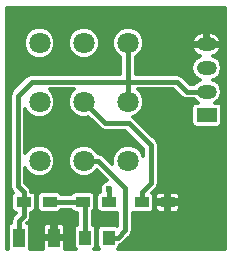
<source format=gtl>
G04 #@! TF.FileFunction,Copper,L1,Top,Signal*
%FSLAX46Y46*%
G04 Gerber Fmt 4.6, Leading zero omitted, Abs format (unit mm)*
G04 Created by KiCad (PCBNEW 4.0.4-1.fc24-product) date Mon Jun  4 16:01:59 2018*
%MOMM*%
%LPD*%
G01*
G04 APERTURE LIST*
%ADD10C,0.100000*%
%ADD11C,1.800000*%
%ADD12R,1.200000X0.900000*%
%ADD13R,1.700000X1.200000*%
%ADD14O,1.700000X1.200000*%
%ADD15R,1.000000X1.250000*%
%ADD16R,1.000000X1.600000*%
%ADD17C,0.600000*%
%ADD18C,0.400000*%
%ADD19C,0.300000*%
G04 APERTURE END LIST*
D10*
D11*
X139750000Y-84500000D03*
X136000000Y-84500000D03*
X132250000Y-84500000D03*
X139750000Y-89500000D03*
X136000000Y-89500000D03*
X132250000Y-89500000D03*
X132250000Y-94500000D03*
X136000000Y-94500000D03*
X139750000Y-94500000D03*
D12*
X133100000Y-98000000D03*
X130900000Y-98000000D03*
X135900000Y-98000000D03*
X138100000Y-98000000D03*
X140900000Y-98000000D03*
X143100000Y-98000000D03*
D13*
X146400000Y-90650000D03*
D14*
X146400000Y-88650000D03*
X146400000Y-86650000D03*
X146400000Y-84650000D03*
D15*
X138100000Y-101000000D03*
X136100000Y-101000000D03*
D16*
X130500000Y-101000000D03*
X133500000Y-101000000D03*
D17*
X134500000Y-101000000D03*
X138100000Y-96900000D03*
D18*
X138100000Y-101000000D02*
X138900000Y-101000000D01*
X137200000Y-94500000D02*
X136000000Y-94500000D01*
X138900000Y-101000000D02*
X139500000Y-100400000D01*
X139500000Y-96800000D02*
X137200000Y-94500000D01*
X139500000Y-100400000D02*
X139500000Y-96800000D01*
X136100000Y-101000000D02*
X136100000Y-98200000D01*
X136100000Y-98200000D02*
X135900000Y-98000000D01*
X133100000Y-98000000D02*
X135900000Y-98000000D01*
X133500000Y-101000000D02*
X134500000Y-101000000D01*
X138100000Y-98000000D02*
X138100000Y-96900000D01*
X140900000Y-98000000D02*
X140900000Y-97150000D01*
X140900000Y-97150000D02*
X141700000Y-96350000D01*
X137800000Y-91300000D02*
X136000000Y-89500000D01*
X141700000Y-96350000D02*
X141700000Y-93200000D01*
X141700000Y-93200000D02*
X139800000Y-91300000D01*
X139800000Y-91300000D02*
X137800000Y-91300000D01*
X141450000Y-87800000D02*
X139700000Y-87800000D01*
X146400000Y-88650000D02*
X144700000Y-88650000D01*
X144700000Y-88650000D02*
X143850000Y-87800000D01*
X143850000Y-87800000D02*
X141450000Y-87800000D01*
X139750000Y-84500000D02*
X139750000Y-87750000D01*
X139750000Y-87750000D02*
X139750000Y-89500000D01*
X130900000Y-98000000D02*
X130900000Y-97150000D01*
X130900000Y-97150000D02*
X130400000Y-96650000D01*
X130400000Y-96650000D02*
X130400000Y-89000000D01*
X131600000Y-87800000D02*
X139700000Y-87800000D01*
X130400000Y-89000000D02*
X131600000Y-87800000D01*
X139700000Y-87800000D02*
X139750000Y-87750000D01*
X130500000Y-99600000D02*
X130900000Y-99200000D01*
X130900000Y-99200000D02*
X130900000Y-98000000D01*
X130500000Y-101000000D02*
X130500000Y-99600000D01*
D19*
G36*
X147975000Y-101975000D02*
X138887102Y-101975000D01*
X138919919Y-101953883D01*
X139022668Y-101803505D01*
X139058816Y-101625000D01*
X139058816Y-101618410D01*
X139107476Y-101608731D01*
X139148745Y-101600522D01*
X139359619Y-101459619D01*
X139959619Y-100859620D01*
X140100522Y-100648745D01*
X140108731Y-100607476D01*
X140150000Y-100400000D01*
X140150000Y-98878440D01*
X140300000Y-98908816D01*
X141500000Y-98908816D01*
X141666760Y-98877438D01*
X141819919Y-98778883D01*
X141922668Y-98628505D01*
X141958816Y-98450000D01*
X141958816Y-98262500D01*
X142050000Y-98262500D01*
X142050000Y-98539510D01*
X142118508Y-98704904D01*
X142245095Y-98831491D01*
X142410489Y-98900000D01*
X142837500Y-98900000D01*
X142950000Y-98787500D01*
X142950000Y-98150000D01*
X143250000Y-98150000D01*
X143250000Y-98787500D01*
X143362500Y-98900000D01*
X143789511Y-98900000D01*
X143954905Y-98831491D01*
X144081492Y-98704904D01*
X144150000Y-98539510D01*
X144150000Y-98262500D01*
X144037500Y-98150000D01*
X143250000Y-98150000D01*
X142950000Y-98150000D01*
X142162500Y-98150000D01*
X142050000Y-98262500D01*
X141958816Y-98262500D01*
X141958816Y-97550000D01*
X141941974Y-97460490D01*
X142050000Y-97460490D01*
X142050000Y-97737500D01*
X142162500Y-97850000D01*
X142950000Y-97850000D01*
X142950000Y-97212500D01*
X143250000Y-97212500D01*
X143250000Y-97850000D01*
X144037500Y-97850000D01*
X144150000Y-97737500D01*
X144150000Y-97460490D01*
X144081492Y-97295096D01*
X143954905Y-97168509D01*
X143789511Y-97100000D01*
X143362500Y-97100000D01*
X143250000Y-97212500D01*
X142950000Y-97212500D01*
X142837500Y-97100000D01*
X142410489Y-97100000D01*
X142245095Y-97168509D01*
X142118508Y-97295096D01*
X142050000Y-97460490D01*
X141941974Y-97460490D01*
X141927438Y-97383240D01*
X141828883Y-97230081D01*
X141775579Y-97193660D01*
X142159620Y-96809619D01*
X142300522Y-96598745D01*
X142350000Y-96350000D01*
X142350000Y-93200000D01*
X142300522Y-92951256D01*
X142159620Y-92740381D01*
X140259619Y-90840381D01*
X140176161Y-90784616D01*
X140513715Y-90645142D01*
X140893807Y-90265712D01*
X141099765Y-89769710D01*
X141100234Y-89232647D01*
X140895142Y-88736285D01*
X140609356Y-88450000D01*
X143580762Y-88450000D01*
X144240381Y-89109620D01*
X144451256Y-89250522D01*
X144700000Y-89300000D01*
X145320288Y-89300000D01*
X145382069Y-89392462D01*
X145679476Y-89591184D01*
X145550000Y-89591184D01*
X145383240Y-89622562D01*
X145230081Y-89721117D01*
X145127332Y-89871495D01*
X145091184Y-90050000D01*
X145091184Y-91250000D01*
X145122562Y-91416760D01*
X145221117Y-91569919D01*
X145371495Y-91672668D01*
X145550000Y-91708816D01*
X147250000Y-91708816D01*
X147416760Y-91677438D01*
X147569919Y-91578883D01*
X147672668Y-91428505D01*
X147708816Y-91250000D01*
X147708816Y-90050000D01*
X147677438Y-89883240D01*
X147578883Y-89730081D01*
X147428505Y-89627332D01*
X147250000Y-89591184D01*
X147120524Y-89591184D01*
X147417931Y-89392462D01*
X147645543Y-89051818D01*
X147725469Y-88650000D01*
X147645543Y-88248182D01*
X147417931Y-87907538D01*
X147077287Y-87679926D01*
X146926838Y-87650000D01*
X147077287Y-87620074D01*
X147417931Y-87392462D01*
X147645543Y-87051818D01*
X147725469Y-86650000D01*
X147645543Y-86248182D01*
X147417931Y-85907538D01*
X147077287Y-85679926D01*
X146935478Y-85651719D01*
X147117073Y-85603583D01*
X147446440Y-85352255D01*
X147652970Y-84960725D01*
X147575422Y-84800000D01*
X146550000Y-84800000D01*
X146550000Y-84820000D01*
X146250000Y-84820000D01*
X146250000Y-84800000D01*
X145224578Y-84800000D01*
X145147030Y-84960725D01*
X145353560Y-85352255D01*
X145682927Y-85603583D01*
X145864522Y-85651719D01*
X145722713Y-85679926D01*
X145382069Y-85907538D01*
X145154457Y-86248182D01*
X145074531Y-86650000D01*
X145154457Y-87051818D01*
X145382069Y-87392462D01*
X145722713Y-87620074D01*
X145873162Y-87650000D01*
X145722713Y-87679926D01*
X145382069Y-87907538D01*
X145320288Y-88000000D01*
X144969239Y-88000000D01*
X144309619Y-87340381D01*
X144098745Y-87199478D01*
X144057476Y-87191269D01*
X143850000Y-87150000D01*
X140400000Y-87150000D01*
X140400000Y-85692128D01*
X140513715Y-85645142D01*
X140893807Y-85265712D01*
X141099765Y-84769710D01*
X141100140Y-84339275D01*
X145147030Y-84339275D01*
X145224578Y-84500000D01*
X146250000Y-84500000D01*
X146250000Y-83705392D01*
X146550000Y-83705392D01*
X146550000Y-84500000D01*
X147575422Y-84500000D01*
X147652970Y-84339275D01*
X147446440Y-83947745D01*
X147117073Y-83696417D01*
X146716599Y-83590263D01*
X146550000Y-83705392D01*
X146250000Y-83705392D01*
X146083401Y-83590263D01*
X145682927Y-83696417D01*
X145353560Y-83947745D01*
X145147030Y-84339275D01*
X141100140Y-84339275D01*
X141100234Y-84232647D01*
X140895142Y-83736285D01*
X140515712Y-83356193D01*
X140019710Y-83150235D01*
X139482647Y-83149766D01*
X138986285Y-83354858D01*
X138606193Y-83734288D01*
X138400235Y-84230290D01*
X138399766Y-84767353D01*
X138604858Y-85263715D01*
X138984288Y-85643807D01*
X139100000Y-85691855D01*
X139100000Y-87150000D01*
X131600000Y-87150000D01*
X131392524Y-87191269D01*
X131351255Y-87199478D01*
X131140380Y-87340381D01*
X129940381Y-88540381D01*
X129799478Y-88751255D01*
X129799478Y-88751256D01*
X129750000Y-89000000D01*
X129750000Y-96650000D01*
X129770184Y-96751470D01*
X129799478Y-96898745D01*
X129940381Y-97109619D01*
X130023767Y-97193006D01*
X129980081Y-97221117D01*
X129877332Y-97371495D01*
X129841184Y-97550000D01*
X129841184Y-98450000D01*
X129872562Y-98616760D01*
X129971117Y-98769919D01*
X130121495Y-98872668D01*
X130250000Y-98898691D01*
X130250000Y-98930761D01*
X130040381Y-99140381D01*
X129899478Y-99351255D01*
X129899478Y-99351256D01*
X129850000Y-99600000D01*
X129850000Y-99769408D01*
X129833240Y-99772562D01*
X129680081Y-99871117D01*
X129577332Y-100021495D01*
X129541184Y-100200000D01*
X129541184Y-101800000D01*
X129572562Y-101966760D01*
X129577864Y-101975000D01*
X129525000Y-101975000D01*
X129525000Y-84767353D01*
X130899766Y-84767353D01*
X131104858Y-85263715D01*
X131484288Y-85643807D01*
X131980290Y-85849765D01*
X132517353Y-85850234D01*
X133013715Y-85645142D01*
X133393807Y-85265712D01*
X133599765Y-84769710D01*
X133599767Y-84767353D01*
X134649766Y-84767353D01*
X134854858Y-85263715D01*
X135234288Y-85643807D01*
X135730290Y-85849765D01*
X136267353Y-85850234D01*
X136763715Y-85645142D01*
X137143807Y-85265712D01*
X137349765Y-84769710D01*
X137350234Y-84232647D01*
X137145142Y-83736285D01*
X136765712Y-83356193D01*
X136269710Y-83150235D01*
X135732647Y-83149766D01*
X135236285Y-83354858D01*
X134856193Y-83734288D01*
X134650235Y-84230290D01*
X134649766Y-84767353D01*
X133599767Y-84767353D01*
X133600234Y-84232647D01*
X133395142Y-83736285D01*
X133015712Y-83356193D01*
X132519710Y-83150235D01*
X131982647Y-83149766D01*
X131486285Y-83354858D01*
X131106193Y-83734288D01*
X130900235Y-84230290D01*
X130899766Y-84767353D01*
X129525000Y-84767353D01*
X129525000Y-81525000D01*
X147975000Y-81525000D01*
X147975000Y-101975000D01*
X147975000Y-101975000D01*
G37*
X147975000Y-101975000D02*
X138887102Y-101975000D01*
X138919919Y-101953883D01*
X139022668Y-101803505D01*
X139058816Y-101625000D01*
X139058816Y-101618410D01*
X139107476Y-101608731D01*
X139148745Y-101600522D01*
X139359619Y-101459619D01*
X139959619Y-100859620D01*
X140100522Y-100648745D01*
X140108731Y-100607476D01*
X140150000Y-100400000D01*
X140150000Y-98878440D01*
X140300000Y-98908816D01*
X141500000Y-98908816D01*
X141666760Y-98877438D01*
X141819919Y-98778883D01*
X141922668Y-98628505D01*
X141958816Y-98450000D01*
X141958816Y-98262500D01*
X142050000Y-98262500D01*
X142050000Y-98539510D01*
X142118508Y-98704904D01*
X142245095Y-98831491D01*
X142410489Y-98900000D01*
X142837500Y-98900000D01*
X142950000Y-98787500D01*
X142950000Y-98150000D01*
X143250000Y-98150000D01*
X143250000Y-98787500D01*
X143362500Y-98900000D01*
X143789511Y-98900000D01*
X143954905Y-98831491D01*
X144081492Y-98704904D01*
X144150000Y-98539510D01*
X144150000Y-98262500D01*
X144037500Y-98150000D01*
X143250000Y-98150000D01*
X142950000Y-98150000D01*
X142162500Y-98150000D01*
X142050000Y-98262500D01*
X141958816Y-98262500D01*
X141958816Y-97550000D01*
X141941974Y-97460490D01*
X142050000Y-97460490D01*
X142050000Y-97737500D01*
X142162500Y-97850000D01*
X142950000Y-97850000D01*
X142950000Y-97212500D01*
X143250000Y-97212500D01*
X143250000Y-97850000D01*
X144037500Y-97850000D01*
X144150000Y-97737500D01*
X144150000Y-97460490D01*
X144081492Y-97295096D01*
X143954905Y-97168509D01*
X143789511Y-97100000D01*
X143362500Y-97100000D01*
X143250000Y-97212500D01*
X142950000Y-97212500D01*
X142837500Y-97100000D01*
X142410489Y-97100000D01*
X142245095Y-97168509D01*
X142118508Y-97295096D01*
X142050000Y-97460490D01*
X141941974Y-97460490D01*
X141927438Y-97383240D01*
X141828883Y-97230081D01*
X141775579Y-97193660D01*
X142159620Y-96809619D01*
X142300522Y-96598745D01*
X142350000Y-96350000D01*
X142350000Y-93200000D01*
X142300522Y-92951256D01*
X142159620Y-92740381D01*
X140259619Y-90840381D01*
X140176161Y-90784616D01*
X140513715Y-90645142D01*
X140893807Y-90265712D01*
X141099765Y-89769710D01*
X141100234Y-89232647D01*
X140895142Y-88736285D01*
X140609356Y-88450000D01*
X143580762Y-88450000D01*
X144240381Y-89109620D01*
X144451256Y-89250522D01*
X144700000Y-89300000D01*
X145320288Y-89300000D01*
X145382069Y-89392462D01*
X145679476Y-89591184D01*
X145550000Y-89591184D01*
X145383240Y-89622562D01*
X145230081Y-89721117D01*
X145127332Y-89871495D01*
X145091184Y-90050000D01*
X145091184Y-91250000D01*
X145122562Y-91416760D01*
X145221117Y-91569919D01*
X145371495Y-91672668D01*
X145550000Y-91708816D01*
X147250000Y-91708816D01*
X147416760Y-91677438D01*
X147569919Y-91578883D01*
X147672668Y-91428505D01*
X147708816Y-91250000D01*
X147708816Y-90050000D01*
X147677438Y-89883240D01*
X147578883Y-89730081D01*
X147428505Y-89627332D01*
X147250000Y-89591184D01*
X147120524Y-89591184D01*
X147417931Y-89392462D01*
X147645543Y-89051818D01*
X147725469Y-88650000D01*
X147645543Y-88248182D01*
X147417931Y-87907538D01*
X147077287Y-87679926D01*
X146926838Y-87650000D01*
X147077287Y-87620074D01*
X147417931Y-87392462D01*
X147645543Y-87051818D01*
X147725469Y-86650000D01*
X147645543Y-86248182D01*
X147417931Y-85907538D01*
X147077287Y-85679926D01*
X146935478Y-85651719D01*
X147117073Y-85603583D01*
X147446440Y-85352255D01*
X147652970Y-84960725D01*
X147575422Y-84800000D01*
X146550000Y-84800000D01*
X146550000Y-84820000D01*
X146250000Y-84820000D01*
X146250000Y-84800000D01*
X145224578Y-84800000D01*
X145147030Y-84960725D01*
X145353560Y-85352255D01*
X145682927Y-85603583D01*
X145864522Y-85651719D01*
X145722713Y-85679926D01*
X145382069Y-85907538D01*
X145154457Y-86248182D01*
X145074531Y-86650000D01*
X145154457Y-87051818D01*
X145382069Y-87392462D01*
X145722713Y-87620074D01*
X145873162Y-87650000D01*
X145722713Y-87679926D01*
X145382069Y-87907538D01*
X145320288Y-88000000D01*
X144969239Y-88000000D01*
X144309619Y-87340381D01*
X144098745Y-87199478D01*
X144057476Y-87191269D01*
X143850000Y-87150000D01*
X140400000Y-87150000D01*
X140400000Y-85692128D01*
X140513715Y-85645142D01*
X140893807Y-85265712D01*
X141099765Y-84769710D01*
X141100140Y-84339275D01*
X145147030Y-84339275D01*
X145224578Y-84500000D01*
X146250000Y-84500000D01*
X146250000Y-83705392D01*
X146550000Y-83705392D01*
X146550000Y-84500000D01*
X147575422Y-84500000D01*
X147652970Y-84339275D01*
X147446440Y-83947745D01*
X147117073Y-83696417D01*
X146716599Y-83590263D01*
X146550000Y-83705392D01*
X146250000Y-83705392D01*
X146083401Y-83590263D01*
X145682927Y-83696417D01*
X145353560Y-83947745D01*
X145147030Y-84339275D01*
X141100140Y-84339275D01*
X141100234Y-84232647D01*
X140895142Y-83736285D01*
X140515712Y-83356193D01*
X140019710Y-83150235D01*
X139482647Y-83149766D01*
X138986285Y-83354858D01*
X138606193Y-83734288D01*
X138400235Y-84230290D01*
X138399766Y-84767353D01*
X138604858Y-85263715D01*
X138984288Y-85643807D01*
X139100000Y-85691855D01*
X139100000Y-87150000D01*
X131600000Y-87150000D01*
X131392524Y-87191269D01*
X131351255Y-87199478D01*
X131140380Y-87340381D01*
X129940381Y-88540381D01*
X129799478Y-88751255D01*
X129799478Y-88751256D01*
X129750000Y-89000000D01*
X129750000Y-96650000D01*
X129770184Y-96751470D01*
X129799478Y-96898745D01*
X129940381Y-97109619D01*
X130023767Y-97193006D01*
X129980081Y-97221117D01*
X129877332Y-97371495D01*
X129841184Y-97550000D01*
X129841184Y-98450000D01*
X129872562Y-98616760D01*
X129971117Y-98769919D01*
X130121495Y-98872668D01*
X130250000Y-98898691D01*
X130250000Y-98930761D01*
X130040381Y-99140381D01*
X129899478Y-99351255D01*
X129899478Y-99351256D01*
X129850000Y-99600000D01*
X129850000Y-99769408D01*
X129833240Y-99772562D01*
X129680081Y-99871117D01*
X129577332Y-100021495D01*
X129541184Y-100200000D01*
X129541184Y-101800000D01*
X129572562Y-101966760D01*
X129577864Y-101975000D01*
X129525000Y-101975000D01*
X129525000Y-84767353D01*
X130899766Y-84767353D01*
X131104858Y-85263715D01*
X131484288Y-85643807D01*
X131980290Y-85849765D01*
X132517353Y-85850234D01*
X133013715Y-85645142D01*
X133393807Y-85265712D01*
X133599765Y-84769710D01*
X133599767Y-84767353D01*
X134649766Y-84767353D01*
X134854858Y-85263715D01*
X135234288Y-85643807D01*
X135730290Y-85849765D01*
X136267353Y-85850234D01*
X136763715Y-85645142D01*
X137143807Y-85265712D01*
X137349765Y-84769710D01*
X137350234Y-84232647D01*
X137145142Y-83736285D01*
X136765712Y-83356193D01*
X136269710Y-83150235D01*
X135732647Y-83149766D01*
X135236285Y-83354858D01*
X134856193Y-83734288D01*
X134650235Y-84230290D01*
X134649766Y-84767353D01*
X133599767Y-84767353D01*
X133600234Y-84232647D01*
X133395142Y-83736285D01*
X133015712Y-83356193D01*
X132519710Y-83150235D01*
X131982647Y-83149766D01*
X131486285Y-83354858D01*
X131106193Y-83734288D01*
X130900235Y-84230290D01*
X130899766Y-84767353D01*
X129525000Y-84767353D01*
X129525000Y-81525000D01*
X147975000Y-81525000D01*
X147975000Y-101975000D01*
G36*
X134856193Y-88734288D02*
X134650235Y-89230290D01*
X134649766Y-89767353D01*
X134854858Y-90263715D01*
X135234288Y-90643807D01*
X135730290Y-90849765D01*
X136267353Y-90850234D01*
X136383150Y-90802388D01*
X137340380Y-91759619D01*
X137481283Y-91853767D01*
X137551256Y-91900522D01*
X137800000Y-91950000D01*
X139530762Y-91950000D01*
X141050000Y-93469239D01*
X141050000Y-94111071D01*
X140895142Y-93736285D01*
X140515712Y-93356193D01*
X140019710Y-93150235D01*
X139482647Y-93149766D01*
X138986285Y-93354858D01*
X138606193Y-93734288D01*
X138400235Y-94230290D01*
X138399766Y-94767353D01*
X138409043Y-94789804D01*
X137659619Y-94040381D01*
X137448745Y-93899478D01*
X137407476Y-93891269D01*
X137200000Y-93850000D01*
X137192128Y-93850000D01*
X137145142Y-93736285D01*
X136765712Y-93356193D01*
X136269710Y-93150235D01*
X135732647Y-93149766D01*
X135236285Y-93354858D01*
X134856193Y-93734288D01*
X134650235Y-94230290D01*
X134649766Y-94767353D01*
X134854858Y-95263715D01*
X135234288Y-95643807D01*
X135730290Y-95849765D01*
X136267353Y-95850234D01*
X136763715Y-95645142D01*
X137095098Y-95314336D01*
X137936724Y-96155963D01*
X137675714Y-96263811D01*
X137464552Y-96474605D01*
X137350131Y-96750161D01*
X137349870Y-97048530D01*
X137377053Y-97114318D01*
X137333240Y-97122562D01*
X137180081Y-97221117D01*
X137077332Y-97371495D01*
X137041184Y-97550000D01*
X137041184Y-98450000D01*
X137072562Y-98616760D01*
X137171117Y-98769919D01*
X137321495Y-98872668D01*
X137500000Y-98908816D01*
X138700000Y-98908816D01*
X138850000Y-98880592D01*
X138850000Y-100001182D01*
X138778505Y-99952332D01*
X138600000Y-99916184D01*
X137600000Y-99916184D01*
X137433240Y-99947562D01*
X137280081Y-100046117D01*
X137177332Y-100196495D01*
X137141184Y-100375000D01*
X137141184Y-101625000D01*
X137172562Y-101791760D01*
X137271117Y-101944919D01*
X137315142Y-101975000D01*
X136887102Y-101975000D01*
X136919919Y-101953883D01*
X137022668Y-101803505D01*
X137058816Y-101625000D01*
X137058816Y-100375000D01*
X137027438Y-100208240D01*
X136928883Y-100055081D01*
X136778505Y-99952332D01*
X136750000Y-99946560D01*
X136750000Y-98823875D01*
X136819919Y-98778883D01*
X136922668Y-98628505D01*
X136958816Y-98450000D01*
X136958816Y-97550000D01*
X136927438Y-97383240D01*
X136828883Y-97230081D01*
X136678505Y-97127332D01*
X136500000Y-97091184D01*
X135300000Y-97091184D01*
X135133240Y-97122562D01*
X134980081Y-97221117D01*
X134892019Y-97350000D01*
X134106049Y-97350000D01*
X134028883Y-97230081D01*
X133878505Y-97127332D01*
X133700000Y-97091184D01*
X132500000Y-97091184D01*
X132333240Y-97122562D01*
X132180081Y-97221117D01*
X132077332Y-97371495D01*
X132041184Y-97550000D01*
X132041184Y-98450000D01*
X132072562Y-98616760D01*
X132171117Y-98769919D01*
X132321495Y-98872668D01*
X132500000Y-98908816D01*
X133700000Y-98908816D01*
X133866760Y-98877438D01*
X134019919Y-98778883D01*
X134107981Y-98650000D01*
X134893951Y-98650000D01*
X134971117Y-98769919D01*
X135121495Y-98872668D01*
X135300000Y-98908816D01*
X135450000Y-98908816D01*
X135450000Y-99944408D01*
X135433240Y-99947562D01*
X135280081Y-100046117D01*
X135177332Y-100196495D01*
X135141184Y-100375000D01*
X135141184Y-101625000D01*
X135172562Y-101791760D01*
X135271117Y-101944919D01*
X135315142Y-101975000D01*
X134414589Y-101975000D01*
X134450000Y-101889510D01*
X134450000Y-101262500D01*
X134337500Y-101150000D01*
X133650000Y-101150000D01*
X133650000Y-101170000D01*
X133350000Y-101170000D01*
X133350000Y-101150000D01*
X132662500Y-101150000D01*
X132550000Y-101262500D01*
X132550000Y-101889510D01*
X132585411Y-101975000D01*
X131423378Y-101975000D01*
X131458816Y-101800000D01*
X131458816Y-100200000D01*
X131441974Y-100110490D01*
X132550000Y-100110490D01*
X132550000Y-100737500D01*
X132662500Y-100850000D01*
X133350000Y-100850000D01*
X133350000Y-99862500D01*
X133650000Y-99862500D01*
X133650000Y-100850000D01*
X134337500Y-100850000D01*
X134450000Y-100737500D01*
X134450000Y-100110490D01*
X134381492Y-99945096D01*
X134254905Y-99818509D01*
X134089511Y-99750000D01*
X133762500Y-99750000D01*
X133650000Y-99862500D01*
X133350000Y-99862500D01*
X133237500Y-99750000D01*
X132910489Y-99750000D01*
X132745095Y-99818509D01*
X132618508Y-99945096D01*
X132550000Y-100110490D01*
X131441974Y-100110490D01*
X131427438Y-100033240D01*
X131328883Y-99880081D01*
X131216171Y-99803068D01*
X131359619Y-99659620D01*
X131500521Y-99448745D01*
X131500522Y-99448744D01*
X131550000Y-99200000D01*
X131550000Y-98899408D01*
X131666760Y-98877438D01*
X131819919Y-98778883D01*
X131922668Y-98628505D01*
X131958816Y-98450000D01*
X131958816Y-97550000D01*
X131927438Y-97383240D01*
X131828883Y-97230081D01*
X131678505Y-97127332D01*
X131539908Y-97099266D01*
X131500522Y-96901256D01*
X131400438Y-96751470D01*
X131359620Y-96690381D01*
X131050000Y-96380762D01*
X131050000Y-95130948D01*
X131104858Y-95263715D01*
X131484288Y-95643807D01*
X131980290Y-95849765D01*
X132517353Y-95850234D01*
X133013715Y-95645142D01*
X133393807Y-95265712D01*
X133599765Y-94769710D01*
X133600234Y-94232647D01*
X133395142Y-93736285D01*
X133015712Y-93356193D01*
X132519710Y-93150235D01*
X131982647Y-93149766D01*
X131486285Y-93354858D01*
X131106193Y-93734288D01*
X131050000Y-93869616D01*
X131050000Y-90130948D01*
X131104858Y-90263715D01*
X131484288Y-90643807D01*
X131980290Y-90849765D01*
X132517353Y-90850234D01*
X133013715Y-90645142D01*
X133393807Y-90265712D01*
X133599765Y-89769710D01*
X133600234Y-89232647D01*
X133395142Y-88736285D01*
X133109356Y-88450000D01*
X135140977Y-88450000D01*
X134856193Y-88734288D01*
X134856193Y-88734288D01*
G37*
X134856193Y-88734288D02*
X134650235Y-89230290D01*
X134649766Y-89767353D01*
X134854858Y-90263715D01*
X135234288Y-90643807D01*
X135730290Y-90849765D01*
X136267353Y-90850234D01*
X136383150Y-90802388D01*
X137340380Y-91759619D01*
X137481283Y-91853767D01*
X137551256Y-91900522D01*
X137800000Y-91950000D01*
X139530762Y-91950000D01*
X141050000Y-93469239D01*
X141050000Y-94111071D01*
X140895142Y-93736285D01*
X140515712Y-93356193D01*
X140019710Y-93150235D01*
X139482647Y-93149766D01*
X138986285Y-93354858D01*
X138606193Y-93734288D01*
X138400235Y-94230290D01*
X138399766Y-94767353D01*
X138409043Y-94789804D01*
X137659619Y-94040381D01*
X137448745Y-93899478D01*
X137407476Y-93891269D01*
X137200000Y-93850000D01*
X137192128Y-93850000D01*
X137145142Y-93736285D01*
X136765712Y-93356193D01*
X136269710Y-93150235D01*
X135732647Y-93149766D01*
X135236285Y-93354858D01*
X134856193Y-93734288D01*
X134650235Y-94230290D01*
X134649766Y-94767353D01*
X134854858Y-95263715D01*
X135234288Y-95643807D01*
X135730290Y-95849765D01*
X136267353Y-95850234D01*
X136763715Y-95645142D01*
X137095098Y-95314336D01*
X137936724Y-96155963D01*
X137675714Y-96263811D01*
X137464552Y-96474605D01*
X137350131Y-96750161D01*
X137349870Y-97048530D01*
X137377053Y-97114318D01*
X137333240Y-97122562D01*
X137180081Y-97221117D01*
X137077332Y-97371495D01*
X137041184Y-97550000D01*
X137041184Y-98450000D01*
X137072562Y-98616760D01*
X137171117Y-98769919D01*
X137321495Y-98872668D01*
X137500000Y-98908816D01*
X138700000Y-98908816D01*
X138850000Y-98880592D01*
X138850000Y-100001182D01*
X138778505Y-99952332D01*
X138600000Y-99916184D01*
X137600000Y-99916184D01*
X137433240Y-99947562D01*
X137280081Y-100046117D01*
X137177332Y-100196495D01*
X137141184Y-100375000D01*
X137141184Y-101625000D01*
X137172562Y-101791760D01*
X137271117Y-101944919D01*
X137315142Y-101975000D01*
X136887102Y-101975000D01*
X136919919Y-101953883D01*
X137022668Y-101803505D01*
X137058816Y-101625000D01*
X137058816Y-100375000D01*
X137027438Y-100208240D01*
X136928883Y-100055081D01*
X136778505Y-99952332D01*
X136750000Y-99946560D01*
X136750000Y-98823875D01*
X136819919Y-98778883D01*
X136922668Y-98628505D01*
X136958816Y-98450000D01*
X136958816Y-97550000D01*
X136927438Y-97383240D01*
X136828883Y-97230081D01*
X136678505Y-97127332D01*
X136500000Y-97091184D01*
X135300000Y-97091184D01*
X135133240Y-97122562D01*
X134980081Y-97221117D01*
X134892019Y-97350000D01*
X134106049Y-97350000D01*
X134028883Y-97230081D01*
X133878505Y-97127332D01*
X133700000Y-97091184D01*
X132500000Y-97091184D01*
X132333240Y-97122562D01*
X132180081Y-97221117D01*
X132077332Y-97371495D01*
X132041184Y-97550000D01*
X132041184Y-98450000D01*
X132072562Y-98616760D01*
X132171117Y-98769919D01*
X132321495Y-98872668D01*
X132500000Y-98908816D01*
X133700000Y-98908816D01*
X133866760Y-98877438D01*
X134019919Y-98778883D01*
X134107981Y-98650000D01*
X134893951Y-98650000D01*
X134971117Y-98769919D01*
X135121495Y-98872668D01*
X135300000Y-98908816D01*
X135450000Y-98908816D01*
X135450000Y-99944408D01*
X135433240Y-99947562D01*
X135280081Y-100046117D01*
X135177332Y-100196495D01*
X135141184Y-100375000D01*
X135141184Y-101625000D01*
X135172562Y-101791760D01*
X135271117Y-101944919D01*
X135315142Y-101975000D01*
X134414589Y-101975000D01*
X134450000Y-101889510D01*
X134450000Y-101262500D01*
X134337500Y-101150000D01*
X133650000Y-101150000D01*
X133650000Y-101170000D01*
X133350000Y-101170000D01*
X133350000Y-101150000D01*
X132662500Y-101150000D01*
X132550000Y-101262500D01*
X132550000Y-101889510D01*
X132585411Y-101975000D01*
X131423378Y-101975000D01*
X131458816Y-101800000D01*
X131458816Y-100200000D01*
X131441974Y-100110490D01*
X132550000Y-100110490D01*
X132550000Y-100737500D01*
X132662500Y-100850000D01*
X133350000Y-100850000D01*
X133350000Y-99862500D01*
X133650000Y-99862500D01*
X133650000Y-100850000D01*
X134337500Y-100850000D01*
X134450000Y-100737500D01*
X134450000Y-100110490D01*
X134381492Y-99945096D01*
X134254905Y-99818509D01*
X134089511Y-99750000D01*
X133762500Y-99750000D01*
X133650000Y-99862500D01*
X133350000Y-99862500D01*
X133237500Y-99750000D01*
X132910489Y-99750000D01*
X132745095Y-99818509D01*
X132618508Y-99945096D01*
X132550000Y-100110490D01*
X131441974Y-100110490D01*
X131427438Y-100033240D01*
X131328883Y-99880081D01*
X131216171Y-99803068D01*
X131359619Y-99659620D01*
X131500521Y-99448745D01*
X131500522Y-99448744D01*
X131550000Y-99200000D01*
X131550000Y-98899408D01*
X131666760Y-98877438D01*
X131819919Y-98778883D01*
X131922668Y-98628505D01*
X131958816Y-98450000D01*
X131958816Y-97550000D01*
X131927438Y-97383240D01*
X131828883Y-97230081D01*
X131678505Y-97127332D01*
X131539908Y-97099266D01*
X131500522Y-96901256D01*
X131400438Y-96751470D01*
X131359620Y-96690381D01*
X131050000Y-96380762D01*
X131050000Y-95130948D01*
X131104858Y-95263715D01*
X131484288Y-95643807D01*
X131980290Y-95849765D01*
X132517353Y-95850234D01*
X133013715Y-95645142D01*
X133393807Y-95265712D01*
X133599765Y-94769710D01*
X133600234Y-94232647D01*
X133395142Y-93736285D01*
X133015712Y-93356193D01*
X132519710Y-93150235D01*
X131982647Y-93149766D01*
X131486285Y-93354858D01*
X131106193Y-93734288D01*
X131050000Y-93869616D01*
X131050000Y-90130948D01*
X131104858Y-90263715D01*
X131484288Y-90643807D01*
X131980290Y-90849765D01*
X132517353Y-90850234D01*
X133013715Y-90645142D01*
X133393807Y-90265712D01*
X133599765Y-89769710D01*
X133600234Y-89232647D01*
X133395142Y-88736285D01*
X133109356Y-88450000D01*
X135140977Y-88450000D01*
X134856193Y-88734288D01*
M02*

</source>
